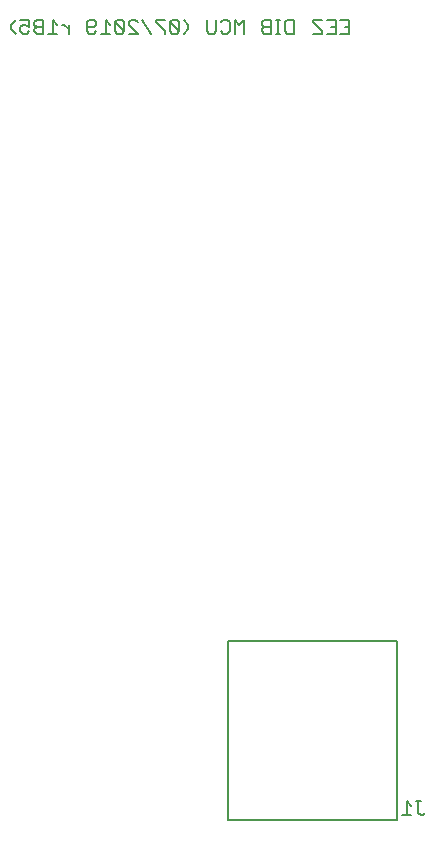
<source format=gbo>
G75*
%MOIN*%
%OFA0B0*%
%FSLAX25Y25*%
%IPPOS*%
%LPD*%
%AMOC8*
5,1,8,0,0,1.08239X$1,22.5*
%
%ADD10C,0.00500*%
D10*
X0269219Y0165665D02*
X0325321Y0165665D01*
X0325321Y0225508D01*
X0269219Y0225508D01*
X0269219Y0165665D01*
X0327196Y0167435D02*
X0330198Y0167435D01*
X0328697Y0167435D02*
X0328697Y0171939D01*
X0330198Y0170438D01*
X0331800Y0171939D02*
X0333301Y0171939D01*
X0332550Y0171939D02*
X0332550Y0168186D01*
X0333301Y0167435D01*
X0334051Y0167435D01*
X0334802Y0168186D01*
X0309607Y0427857D02*
X0306604Y0427857D01*
X0305003Y0427857D02*
X0302000Y0427857D01*
X0300399Y0427857D02*
X0297396Y0427857D01*
X0300399Y0427857D02*
X0300399Y0428608D01*
X0297396Y0431610D01*
X0297396Y0432361D01*
X0300399Y0432361D01*
X0302000Y0432361D02*
X0305003Y0432361D01*
X0305003Y0427857D01*
X0305003Y0430109D02*
X0303502Y0430109D01*
X0306604Y0432361D02*
X0309607Y0432361D01*
X0309607Y0427857D01*
X0309607Y0430109D02*
X0308106Y0430109D01*
X0291191Y0427857D02*
X0288939Y0427857D01*
X0288189Y0428608D01*
X0288189Y0431610D01*
X0288939Y0432361D01*
X0291191Y0432361D01*
X0291191Y0427857D01*
X0286587Y0427857D02*
X0285086Y0427857D01*
X0285837Y0427857D02*
X0285837Y0432361D01*
X0286587Y0432361D02*
X0285086Y0432361D01*
X0283518Y0432361D02*
X0281266Y0432361D01*
X0280515Y0431610D01*
X0280515Y0430860D01*
X0281266Y0430109D01*
X0283518Y0430109D01*
X0283518Y0427857D02*
X0283518Y0432361D01*
X0281266Y0430109D02*
X0280515Y0429358D01*
X0280515Y0428608D01*
X0281266Y0427857D01*
X0283518Y0427857D01*
X0274310Y0427857D02*
X0274310Y0432361D01*
X0272809Y0430860D01*
X0271308Y0432361D01*
X0271308Y0427857D01*
X0269706Y0428608D02*
X0268955Y0427857D01*
X0267454Y0427857D01*
X0266704Y0428608D01*
X0265102Y0428608D02*
X0264352Y0427857D01*
X0262850Y0427857D01*
X0262100Y0428608D01*
X0262100Y0432361D01*
X0265102Y0432361D02*
X0265102Y0428608D01*
X0266704Y0431610D02*
X0267454Y0432361D01*
X0268955Y0432361D01*
X0269706Y0431610D01*
X0269706Y0428608D01*
X0255894Y0429358D02*
X0254393Y0427857D01*
X0252825Y0428608D02*
X0252074Y0427857D01*
X0250573Y0427857D01*
X0249823Y0428608D01*
X0249823Y0431610D01*
X0252825Y0428608D01*
X0252825Y0431610D01*
X0252074Y0432361D01*
X0250573Y0432361D01*
X0249823Y0431610D01*
X0248221Y0432361D02*
X0245219Y0432361D01*
X0245219Y0431610D01*
X0248221Y0428608D01*
X0248221Y0427857D01*
X0243617Y0427857D02*
X0240615Y0432361D01*
X0239013Y0431610D02*
X0238263Y0432361D01*
X0236761Y0432361D01*
X0236011Y0431610D01*
X0236011Y0430860D01*
X0239013Y0427857D01*
X0236011Y0427857D01*
X0234409Y0428608D02*
X0233659Y0427857D01*
X0232157Y0427857D01*
X0231407Y0428608D01*
X0231407Y0431610D01*
X0234409Y0428608D01*
X0234409Y0431610D01*
X0233659Y0432361D01*
X0232157Y0432361D01*
X0231407Y0431610D01*
X0229805Y0430860D02*
X0228304Y0432361D01*
X0228304Y0427857D01*
X0229805Y0427857D02*
X0226803Y0427857D01*
X0225202Y0428608D02*
X0224451Y0427857D01*
X0222950Y0427857D01*
X0222199Y0428608D01*
X0222199Y0431610D01*
X0222950Y0432361D01*
X0224451Y0432361D01*
X0225202Y0431610D01*
X0225202Y0430860D01*
X0224451Y0430109D01*
X0222199Y0430109D01*
X0215994Y0430860D02*
X0215994Y0427857D01*
X0215994Y0429358D02*
X0214492Y0430860D01*
X0213742Y0430860D01*
X0212157Y0430860D02*
X0210656Y0432361D01*
X0210656Y0427857D01*
X0212157Y0427857D02*
X0209155Y0427857D01*
X0207553Y0427857D02*
X0205301Y0427857D01*
X0204551Y0428608D01*
X0204551Y0429358D01*
X0205301Y0430109D01*
X0207553Y0430109D01*
X0205301Y0430109D02*
X0204551Y0430860D01*
X0204551Y0431610D01*
X0205301Y0432361D01*
X0207553Y0432361D01*
X0207553Y0427857D01*
X0202949Y0428608D02*
X0202199Y0427857D01*
X0200697Y0427857D01*
X0199947Y0428608D01*
X0199947Y0430109D01*
X0200697Y0430860D01*
X0201448Y0430860D01*
X0202949Y0430109D01*
X0202949Y0432361D01*
X0199947Y0432361D01*
X0198345Y0432361D02*
X0196844Y0430860D01*
X0196844Y0429358D01*
X0198345Y0427857D01*
X0254393Y0432361D02*
X0255894Y0430860D01*
X0255894Y0429358D01*
M02*

</source>
